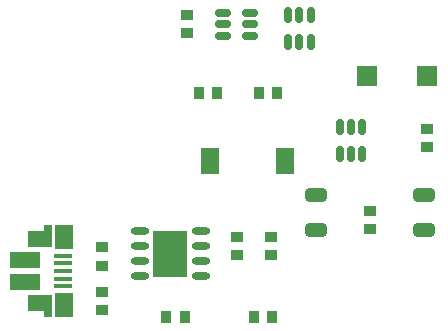
<source format=gtp>
%TF.GenerationSoftware,KiCad,Pcbnew,(6.0.8)*%
%TF.CreationDate,2022-10-25T00:07:16-04:00*%
%TF.ProjectId,403_charger_v2,3430335f-6368-4617-9267-65725f76322e,rev?*%
%TF.SameCoordinates,Original*%
%TF.FileFunction,Paste,Top*%
%TF.FilePolarity,Positive*%
%FSLAX46Y46*%
G04 Gerber Fmt 4.6, Leading zero omitted, Abs format (unit mm)*
G04 Created by KiCad (PCBNEW (6.0.8)) date 2022-10-25 00:07:16*
%MOMM*%
%LPD*%
G01*
G04 APERTURE LIST*
G04 Aperture macros list*
%AMRoundRect*
0 Rectangle with rounded corners*
0 $1 Rounding radius*
0 $2 $3 $4 $5 $6 $7 $8 $9 X,Y pos of 4 corners*
0 Add a 4 corners polygon primitive as box body*
4,1,4,$2,$3,$4,$5,$6,$7,$8,$9,$2,$3,0*
0 Add four circle primitives for the rounded corners*
1,1,$1+$1,$2,$3*
1,1,$1+$1,$4,$5*
1,1,$1+$1,$6,$7*
1,1,$1+$1,$8,$9*
0 Add four rect primitives between the rounded corners*
20,1,$1+$1,$2,$3,$4,$5,0*
20,1,$1+$1,$4,$5,$6,$7,0*
20,1,$1+$1,$6,$7,$8,$9,0*
20,1,$1+$1,$8,$9,$2,$3,0*%
G04 Aperture macros list end*
%ADD10RoundRect,0.250000X0.650000X-0.325000X0.650000X0.325000X-0.650000X0.325000X-0.650000X-0.325000X0*%
%ADD11R,0.930000X0.980000*%
%ADD12R,1.650000X0.400000*%
%ADD13R,1.500000X2.000000*%
%ADD14R,2.000000X1.350000*%
%ADD15R,2.500000X1.430000*%
%ADD16R,0.700000X1.825000*%
%ADD17R,0.980000X0.930000*%
%ADD18R,1.600000X2.200000*%
%ADD19RoundRect,0.150000X0.150000X-0.512500X0.150000X0.512500X-0.150000X0.512500X-0.150000X-0.512500X0*%
%ADD20R,1.800000X1.700000*%
%ADD21RoundRect,0.150000X0.512500X0.150000X-0.512500X0.150000X-0.512500X-0.150000X0.512500X-0.150000X0*%
%ADD22RoundRect,0.150000X-0.150000X0.512500X-0.150000X-0.512500X0.150000X-0.512500X0.150000X0.512500X0*%
%ADD23R,2.900000X4.000000*%
%ADD24O,1.600000X0.600000*%
%ADD25RoundRect,0.250000X-0.650000X0.325000X-0.650000X-0.325000X0.650000X-0.325000X0.650000X0.325000X0*%
G04 APERTURE END LIST*
D10*
%TO.C,C4*%
X174315000Y-77400000D03*
X174315000Y-74450000D03*
%TD*%
D11*
%TO.C,R7*%
X159930000Y-84825000D03*
X161470000Y-84825000D03*
%TD*%
D12*
%TO.C,J1*%
X143750000Y-79600000D03*
X143750000Y-80250000D03*
X143750000Y-80900000D03*
X143750000Y-81550000D03*
X143750000Y-82200000D03*
D13*
X143870000Y-83800000D03*
D14*
X141800000Y-83650000D03*
D15*
X140600000Y-79940000D03*
D13*
X143850000Y-78050000D03*
D14*
X141800000Y-78170000D03*
D16*
X142550000Y-83900000D03*
X142550000Y-77950000D03*
D15*
X140600000Y-81860000D03*
%TD*%
D17*
%TO.C,R2*%
X154300000Y-59215000D03*
X154300000Y-60755000D03*
%TD*%
D18*
%TO.C,L1*%
X162600000Y-71625000D03*
X156200000Y-71625000D03*
%TD*%
D19*
%TO.C,Q1*%
X162850000Y-61512500D03*
X163800000Y-61512500D03*
X164750000Y-61512500D03*
X164750000Y-59237500D03*
X163800000Y-59237500D03*
X162850000Y-59237500D03*
%TD*%
D17*
%TO.C,R4*%
X169800000Y-77385000D03*
X169800000Y-75845000D03*
%TD*%
D20*
%TO.C,D1*%
X169537500Y-64425000D03*
X174590000Y-64425000D03*
%TD*%
D21*
%TO.C,IC1*%
X159637500Y-60975000D03*
X159637500Y-60025000D03*
X159637500Y-59075000D03*
X157362500Y-59075000D03*
X157362500Y-60025000D03*
X157362500Y-60975000D03*
%TD*%
D17*
%TO.C,R5*%
X174600000Y-70395000D03*
X174600000Y-68855000D03*
%TD*%
D22*
%TO.C,U2*%
X169100000Y-68750000D03*
X168150000Y-68750000D03*
X167200000Y-68750000D03*
X167200000Y-71025000D03*
X168150000Y-71025000D03*
X169100000Y-71025000D03*
%TD*%
D11*
%TO.C,C1*%
X155290000Y-65825000D03*
X156830000Y-65825000D03*
%TD*%
D23*
%TO.C,U1*%
X152880000Y-79455000D03*
D24*
X150280000Y-77550000D03*
X150280000Y-78820000D03*
X150280000Y-80090000D03*
X150280000Y-81360000D03*
X155480000Y-81360000D03*
X155480000Y-80090000D03*
X155480000Y-78820000D03*
X155480000Y-77550000D03*
%TD*%
D17*
%TO.C,D2*%
X158549000Y-79526600D03*
X158549000Y-77986600D03*
%TD*%
D11*
%TO.C,R1*%
X161880000Y-65825000D03*
X160340000Y-65825000D03*
%TD*%
D17*
%TO.C,R3*%
X147100000Y-80440000D03*
X147100000Y-78900000D03*
%TD*%
D25*
%TO.C,C3*%
X165200000Y-74450000D03*
X165200000Y-77400000D03*
%TD*%
D11*
%TO.C,R6*%
X152530000Y-84825000D03*
X154070000Y-84825000D03*
%TD*%
D17*
%TO.C,D3*%
X161349000Y-79526600D03*
X161349000Y-77986600D03*
%TD*%
%TO.C,C2*%
X147100000Y-82685000D03*
X147100000Y-84225000D03*
%TD*%
M02*

</source>
